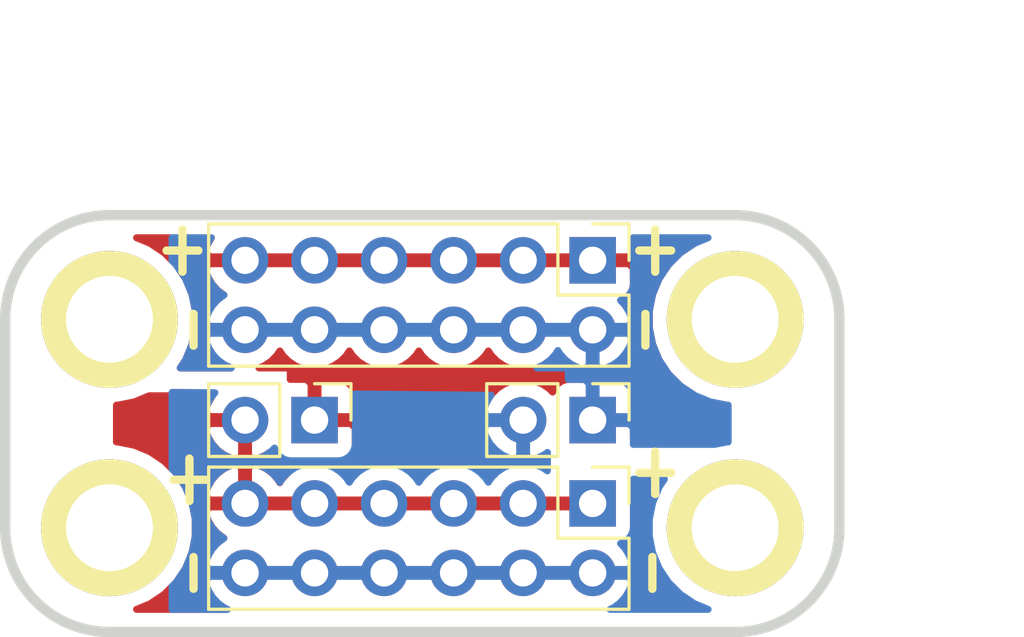
<source format=kicad_pcb>
(kicad_pcb (version 20171130) (host pcbnew "(5.1.5)-3")

  (general
    (thickness 1.6002)
    (drawings 18)
    (tracks 0)
    (zones 0)
    (modules 8)
    (nets 5)
  )

  (page A4)
  (title_block
    (date "21 feb 2013")
  )

  (layers
    (0 Front signal)
    (31 Back signal)
    (36 B.SilkS user)
    (37 F.SilkS user)
    (38 B.Mask user)
    (39 F.Mask user)
    (40 Dwgs.User user)
    (44 Edge.Cuts user)
  )

  (setup
    (last_trace_width 0.2032)
    (trace_clearance 0.254)
    (zone_clearance 0.508)
    (zone_45_only no)
    (trace_min 0.2032)
    (via_size 0.889)
    (via_drill 0.635)
    (via_min_size 0.889)
    (via_min_drill 0.508)
    (uvia_size 0.508)
    (uvia_drill 0.127)
    (uvias_allowed no)
    (uvia_min_size 0.508)
    (uvia_min_drill 0.127)
    (edge_width 0.381)
    (segment_width 0.381)
    (pcb_text_width 0.3048)
    (pcb_text_size 1.524 2.032)
    (mod_edge_width 0.381)
    (mod_text_size 1.524 1.524)
    (mod_text_width 0.3048)
    (pad_size 1.524 1.524)
    (pad_drill 0.8128)
    (pad_to_mask_clearance 0.254)
    (solder_mask_min_width 0.25)
    (aux_axis_origin 0 0)
    (visible_elements 7FFFFFFF)
    (pcbplotparams
      (layerselection 0x010f0_ffffffff)
      (usegerberextensions true)
      (usegerberattributes false)
      (usegerberadvancedattributes false)
      (creategerberjobfile false)
      (excludeedgelayer true)
      (linewidth 0.150000)
      (plotframeref false)
      (viasonmask false)
      (mode 1)
      (useauxorigin false)
      (hpglpennumber 1)
      (hpglpenspeed 20)
      (hpglpendiameter 15.000000)
      (psnegative false)
      (psa4output false)
      (plotreference true)
      (plotvalue true)
      (plotinvisibletext false)
      (padsonsilk false)
      (subtractmaskfromsilk false)
      (outputformat 1)
      (mirror false)
      (drillshape 0)
      (scaleselection 1)
      (outputdirectory "plots/"))
  )

  (net 0 "")
  (net 1 /VCC1)
  (net 2 /GND1)
  (net 3 /GND2)
  (net 4 /VCC2)

  (net_class Default "This is the default net class."
    (clearance 0.254)
    (trace_width 0.2032)
    (via_dia 0.889)
    (via_drill 0.635)
    (uvia_dia 0.508)
    (uvia_drill 0.127)
    (add_net /GND1)
    (add_net /GND2)
    (add_net /VCC1)
    (add_net /VCC2)
  )

  (module Connector_PinHeader_2.54mm:PinHeader_2x06_P2.54mm_Vertical (layer Front) (tedit 59FED5CC) (tstamp 5FAE82B6)
    (at 137.668 75.946 270)
    (descr "Through hole straight pin header, 2x06, 2.54mm pitch, double rows")
    (tags "Through hole pin header THT 2x06 2.54mm double row")
    (path /5FAE9C8A)
    (fp_text reference H2 (at 2.54 -2.286 90) (layer F.SilkS) hide
      (effects (font (size 1 1) (thickness 0.15)))
    )
    (fp_text value Conn_02x06_Odd_Even (at 1.27 15.03 90) (layer F.Fab)
      (effects (font (size 1 1) (thickness 0.15)))
    )
    (fp_text user %R (at 1.27 6.35) (layer F.Fab)
      (effects (font (size 1 1) (thickness 0.15)))
    )
    (fp_line (start 4.35 -1.8) (end -1.8 -1.8) (layer F.CrtYd) (width 0.05))
    (fp_line (start 4.35 14.5) (end 4.35 -1.8) (layer F.CrtYd) (width 0.05))
    (fp_line (start -1.8 14.5) (end 4.35 14.5) (layer F.CrtYd) (width 0.05))
    (fp_line (start -1.8 -1.8) (end -1.8 14.5) (layer F.CrtYd) (width 0.05))
    (fp_line (start -1.33 -1.33) (end 0 -1.33) (layer F.SilkS) (width 0.12))
    (fp_line (start -1.33 0) (end -1.33 -1.33) (layer F.SilkS) (width 0.12))
    (fp_line (start 1.27 -1.33) (end 3.87 -1.33) (layer F.SilkS) (width 0.12))
    (fp_line (start 1.27 1.27) (end 1.27 -1.33) (layer F.SilkS) (width 0.12))
    (fp_line (start -1.33 1.27) (end 1.27 1.27) (layer F.SilkS) (width 0.12))
    (fp_line (start 3.87 -1.33) (end 3.87 14.03) (layer F.SilkS) (width 0.12))
    (fp_line (start -1.33 1.27) (end -1.33 14.03) (layer F.SilkS) (width 0.12))
    (fp_line (start -1.33 14.03) (end 3.87 14.03) (layer F.SilkS) (width 0.12))
    (fp_line (start -1.27 0) (end 0 -1.27) (layer F.Fab) (width 0.1))
    (fp_line (start -1.27 13.97) (end -1.27 0) (layer F.Fab) (width 0.1))
    (fp_line (start 3.81 13.97) (end -1.27 13.97) (layer F.Fab) (width 0.1))
    (fp_line (start 3.81 -1.27) (end 3.81 13.97) (layer F.Fab) (width 0.1))
    (fp_line (start 0 -1.27) (end 3.81 -1.27) (layer F.Fab) (width 0.1))
    (pad 12 thru_hole oval (at 2.54 12.7 270) (size 1.7 1.7) (drill 1) (layers *.Cu *.Mask)
      (net 3 /GND2))
    (pad 11 thru_hole oval (at 0 12.7 270) (size 1.7 1.7) (drill 1) (layers *.Cu *.Mask)
      (net 4 /VCC2))
    (pad 10 thru_hole oval (at 2.54 10.16 270) (size 1.7 1.7) (drill 1) (layers *.Cu *.Mask)
      (net 3 /GND2))
    (pad 9 thru_hole oval (at 0 10.16 270) (size 1.7 1.7) (drill 1) (layers *.Cu *.Mask)
      (net 4 /VCC2))
    (pad 8 thru_hole oval (at 2.54 7.62 270) (size 1.7 1.7) (drill 1) (layers *.Cu *.Mask)
      (net 3 /GND2))
    (pad 7 thru_hole oval (at 0 7.62 270) (size 1.7 1.7) (drill 1) (layers *.Cu *.Mask)
      (net 4 /VCC2))
    (pad 6 thru_hole oval (at 2.54 5.08 270) (size 1.7 1.7) (drill 1) (layers *.Cu *.Mask)
      (net 3 /GND2))
    (pad 5 thru_hole oval (at 0 5.08 270) (size 1.7 1.7) (drill 1) (layers *.Cu *.Mask)
      (net 4 /VCC2))
    (pad 4 thru_hole oval (at 2.54 2.54 270) (size 1.7 1.7) (drill 1) (layers *.Cu *.Mask)
      (net 3 /GND2))
    (pad 3 thru_hole oval (at 0 2.54 270) (size 1.7 1.7) (drill 1) (layers *.Cu *.Mask)
      (net 4 /VCC2))
    (pad 2 thru_hole oval (at 2.54 0 270) (size 1.7 1.7) (drill 1) (layers *.Cu *.Mask)
      (net 3 /GND2))
    (pad 1 thru_hole rect (at 0 0 270) (size 1.7 1.7) (drill 1) (layers *.Cu *.Mask)
      (net 4 /VCC2))
    (model ${KISYS3DMOD}/Connector_PinHeader_2.54mm.3dshapes/PinHeader_2x06_P2.54mm_Vertical.wrl
      (at (xyz 0 0 0))
      (scale (xyz 1 1 1))
      (rotate (xyz 0 0 0))
    )
  )

  (module Connector_PinHeader_2.54mm:PinHeader_2x06_P2.54mm_Vertical (layer Front) (tedit 59FED5CC) (tstamp 5FAE8294)
    (at 137.668 67.056 270)
    (descr "Through hole straight pin header, 2x06, 2.54mm pitch, double rows")
    (tags "Through hole pin header THT 2x06 2.54mm double row")
    (path /5FAE8AA0)
    (fp_text reference H1 (at -3.048 -2.032 90) (layer F.SilkS) hide
      (effects (font (size 1 1) (thickness 0.15)))
    )
    (fp_text value Conn_02x06_Odd_Even (at 1.27 15.03 90) (layer F.Fab)
      (effects (font (size 1 1) (thickness 0.15)))
    )
    (fp_line (start 0 -1.27) (end 3.81 -1.27) (layer F.Fab) (width 0.1))
    (fp_line (start 3.81 -1.27) (end 3.81 13.97) (layer F.Fab) (width 0.1))
    (fp_line (start 3.81 13.97) (end -1.27 13.97) (layer F.Fab) (width 0.1))
    (fp_line (start -1.27 13.97) (end -1.27 0) (layer F.Fab) (width 0.1))
    (fp_line (start -1.27 0) (end 0 -1.27) (layer F.Fab) (width 0.1))
    (fp_line (start -1.33 14.03) (end 3.87 14.03) (layer F.SilkS) (width 0.12))
    (fp_line (start -1.33 1.27) (end -1.33 14.03) (layer F.SilkS) (width 0.12))
    (fp_line (start 3.87 -1.33) (end 3.87 14.03) (layer F.SilkS) (width 0.12))
    (fp_line (start -1.33 1.27) (end 1.27 1.27) (layer F.SilkS) (width 0.12))
    (fp_line (start 1.27 1.27) (end 1.27 -1.33) (layer F.SilkS) (width 0.12))
    (fp_line (start 1.27 -1.33) (end 3.87 -1.33) (layer F.SilkS) (width 0.12))
    (fp_line (start -1.33 0) (end -1.33 -1.33) (layer F.SilkS) (width 0.12))
    (fp_line (start -1.33 -1.33) (end 0 -1.33) (layer F.SilkS) (width 0.12))
    (fp_line (start -1.8 -1.8) (end -1.8 14.5) (layer F.CrtYd) (width 0.05))
    (fp_line (start -1.8 14.5) (end 4.35 14.5) (layer F.CrtYd) (width 0.05))
    (fp_line (start 4.35 14.5) (end 4.35 -1.8) (layer F.CrtYd) (width 0.05))
    (fp_line (start 4.35 -1.8) (end -1.8 -1.8) (layer F.CrtYd) (width 0.05))
    (fp_text user %R (at 1.27 6.35) (layer F.Fab)
      (effects (font (size 1 1) (thickness 0.15)))
    )
    (pad 1 thru_hole rect (at 0 0 270) (size 1.7 1.7) (drill 1) (layers *.Cu *.Mask)
      (net 1 /VCC1))
    (pad 2 thru_hole oval (at 2.54 0 270) (size 1.7 1.7) (drill 1) (layers *.Cu *.Mask)
      (net 2 /GND1))
    (pad 3 thru_hole oval (at 0 2.54 270) (size 1.7 1.7) (drill 1) (layers *.Cu *.Mask)
      (net 1 /VCC1))
    (pad 4 thru_hole oval (at 2.54 2.54 270) (size 1.7 1.7) (drill 1) (layers *.Cu *.Mask)
      (net 2 /GND1))
    (pad 5 thru_hole oval (at 0 5.08 270) (size 1.7 1.7) (drill 1) (layers *.Cu *.Mask)
      (net 1 /VCC1))
    (pad 6 thru_hole oval (at 2.54 5.08 270) (size 1.7 1.7) (drill 1) (layers *.Cu *.Mask)
      (net 2 /GND1))
    (pad 7 thru_hole oval (at 0 7.62 270) (size 1.7 1.7) (drill 1) (layers *.Cu *.Mask)
      (net 1 /VCC1))
    (pad 8 thru_hole oval (at 2.54 7.62 270) (size 1.7 1.7) (drill 1) (layers *.Cu *.Mask)
      (net 2 /GND1))
    (pad 9 thru_hole oval (at 0 10.16 270) (size 1.7 1.7) (drill 1) (layers *.Cu *.Mask)
      (net 1 /VCC1))
    (pad 10 thru_hole oval (at 2.54 10.16 270) (size 1.7 1.7) (drill 1) (layers *.Cu *.Mask)
      (net 2 /GND1))
    (pad 11 thru_hole oval (at 0 12.7 270) (size 1.7 1.7) (drill 1) (layers *.Cu *.Mask)
      (net 1 /VCC1))
    (pad 12 thru_hole oval (at 2.54 12.7 270) (size 1.7 1.7) (drill 1) (layers *.Cu *.Mask)
      (net 2 /GND1))
    (model ${KISYS3DMOD}/Connector_PinHeader_2.54mm.3dshapes/PinHeader_2x06_P2.54mm_Vertical.wrl
      (at (xyz 0 0 0))
      (scale (xyz 1 1 1))
      (rotate (xyz 0 0 0))
    )
  )

  (module Connector_PinHeader_2.54mm:PinHeader_1x02_P2.54mm_Vertical (layer Front) (tedit 59FED5CC) (tstamp 5FAE82CC)
    (at 137.668 72.898 270)
    (descr "Through hole straight pin header, 1x02, 2.54mm pitch, single row")
    (tags "Through hole pin header THT 1x02 2.54mm single row")
    (path /5FAF5187)
    (fp_text reference H3 (at 0 -2.33 90) (layer F.SilkS) hide
      (effects (font (size 1 1) (thickness 0.15)))
    )
    (fp_text value Conn_01x02 (at 0 4.87 90) (layer F.Fab)
      (effects (font (size 1 1) (thickness 0.15)))
    )
    (fp_line (start -0.635 -1.27) (end 1.27 -1.27) (layer F.Fab) (width 0.1))
    (fp_line (start 1.27 -1.27) (end 1.27 3.81) (layer F.Fab) (width 0.1))
    (fp_line (start 1.27 3.81) (end -1.27 3.81) (layer F.Fab) (width 0.1))
    (fp_line (start -1.27 3.81) (end -1.27 -0.635) (layer F.Fab) (width 0.1))
    (fp_line (start -1.27 -0.635) (end -0.635 -1.27) (layer F.Fab) (width 0.1))
    (fp_line (start -1.33 3.87) (end 1.33 3.87) (layer F.SilkS) (width 0.12))
    (fp_line (start -1.33 1.27) (end -1.33 3.87) (layer F.SilkS) (width 0.12))
    (fp_line (start 1.33 1.27) (end 1.33 3.87) (layer F.SilkS) (width 0.12))
    (fp_line (start -1.33 1.27) (end 1.33 1.27) (layer F.SilkS) (width 0.12))
    (fp_line (start -1.33 0) (end -1.33 -1.33) (layer F.SilkS) (width 0.12))
    (fp_line (start -1.33 -1.33) (end 0 -1.33) (layer F.SilkS) (width 0.12))
    (fp_line (start -1.8 -1.8) (end -1.8 4.35) (layer F.CrtYd) (width 0.05))
    (fp_line (start -1.8 4.35) (end 1.8 4.35) (layer F.CrtYd) (width 0.05))
    (fp_line (start 1.8 4.35) (end 1.8 -1.8) (layer F.CrtYd) (width 0.05))
    (fp_line (start 1.8 -1.8) (end -1.8 -1.8) (layer F.CrtYd) (width 0.05))
    (fp_text user %R (at 0 1.27) (layer F.Fab)
      (effects (font (size 1 1) (thickness 0.15)))
    )
    (pad 1 thru_hole rect (at 0 0 270) (size 1.7 1.7) (drill 1) (layers *.Cu *.Mask)
      (net 2 /GND1))
    (pad 2 thru_hole oval (at 0 2.54 270) (size 1.7 1.7) (drill 1) (layers *.Cu *.Mask)
      (net 3 /GND2))
    (model ${KISYS3DMOD}/Connector_PinHeader_2.54mm.3dshapes/PinHeader_1x02_P2.54mm_Vertical.wrl
      (at (xyz 0 0 0))
      (scale (xyz 1 1 1))
      (rotate (xyz 0 0 0))
    )
  )

  (module Connector_PinHeader_2.54mm:PinHeader_1x02_P2.54mm_Vertical (layer Front) (tedit 59FED5CC) (tstamp 5FAE82E2)
    (at 127.508 72.898 270)
    (descr "Through hole straight pin header, 1x02, 2.54mm pitch, single row")
    (tags "Through hole pin header THT 1x02 2.54mm single row")
    (path /5FAF55A4)
    (fp_text reference H4 (at 0 -2.33 90) (layer F.SilkS) hide
      (effects (font (size 1 1) (thickness 0.15)))
    )
    (fp_text value Conn_01x02 (at 0 4.87 90) (layer F.Fab)
      (effects (font (size 1 1) (thickness 0.15)))
    )
    (fp_text user %R (at 0 1.27) (layer F.Fab)
      (effects (font (size 1 1) (thickness 0.15)))
    )
    (fp_line (start 1.8 -1.8) (end -1.8 -1.8) (layer F.CrtYd) (width 0.05))
    (fp_line (start 1.8 4.35) (end 1.8 -1.8) (layer F.CrtYd) (width 0.05))
    (fp_line (start -1.8 4.35) (end 1.8 4.35) (layer F.CrtYd) (width 0.05))
    (fp_line (start -1.8 -1.8) (end -1.8 4.35) (layer F.CrtYd) (width 0.05))
    (fp_line (start -1.33 -1.33) (end 0 -1.33) (layer F.SilkS) (width 0.12))
    (fp_line (start -1.33 0) (end -1.33 -1.33) (layer F.SilkS) (width 0.12))
    (fp_line (start -1.33 1.27) (end 1.33 1.27) (layer F.SilkS) (width 0.12))
    (fp_line (start 1.33 1.27) (end 1.33 3.87) (layer F.SilkS) (width 0.12))
    (fp_line (start -1.33 1.27) (end -1.33 3.87) (layer F.SilkS) (width 0.12))
    (fp_line (start -1.33 3.87) (end 1.33 3.87) (layer F.SilkS) (width 0.12))
    (fp_line (start -1.27 -0.635) (end -0.635 -1.27) (layer F.Fab) (width 0.1))
    (fp_line (start -1.27 3.81) (end -1.27 -0.635) (layer F.Fab) (width 0.1))
    (fp_line (start 1.27 3.81) (end -1.27 3.81) (layer F.Fab) (width 0.1))
    (fp_line (start 1.27 -1.27) (end 1.27 3.81) (layer F.Fab) (width 0.1))
    (fp_line (start -0.635 -1.27) (end 1.27 -1.27) (layer F.Fab) (width 0.1))
    (pad 2 thru_hole oval (at 0 2.54 270) (size 1.7 1.7) (drill 1) (layers *.Cu *.Mask)
      (net 4 /VCC2))
    (pad 1 thru_hole rect (at 0 0 270) (size 1.7 1.7) (drill 1) (layers *.Cu *.Mask)
      (net 1 /VCC1))
    (model ${KISYS3DMOD}/Connector_PinHeader_2.54mm.3dshapes/PinHeader_1x02_P2.54mm_Vertical.wrl
      (at (xyz 0 0 0))
      (scale (xyz 1 1 1))
      (rotate (xyz 0 0 0))
    )
  )

  (module LandBoards_MountHoles:MTG-4-40-SMALL (layer Front) (tedit 51830113) (tstamp 5FAE82E3)
    (at 142.875 69.215)
    (path /5009526E)
    (fp_text reference MTG1 (at -1.27 3.81) (layer F.SilkS) hide
      (effects (font (size 1.524 1.524) (thickness 0.3048)))
    )
    (fp_text value CONN_1 (at 0 -3.81) (layer F.SilkS) hide
      (effects (font (size 1.524 1.524) (thickness 0.3048)))
    )
    (pad 1 thru_hole circle (at 0 0) (size 5 5) (drill 3.175) (layers *.Cu *.Mask F.SilkS))
  )

  (module LandBoards_MountHoles:MTG-4-40-SMALL (layer Front) (tedit 51830113) (tstamp 5FAE82E7)
    (at 142.875 76.835)
    (path /50095275)
    (fp_text reference MTG2 (at -1.27 3.81) (layer F.SilkS) hide
      (effects (font (size 1.524 1.524) (thickness 0.3048)))
    )
    (fp_text value CONN_1 (at 0 -3.81) (layer F.SilkS) hide
      (effects (font (size 1.524 1.524) (thickness 0.3048)))
    )
    (pad 1 thru_hole circle (at 0 0) (size 5 5) (drill 3.175) (layers *.Cu *.Mask F.SilkS))
  )

  (module LandBoards_MountHoles:MTG-4-40-SMALL (layer Front) (tedit 51830113) (tstamp 5FAE82EB)
    (at 120.015 69.215)
    (path /5009527D)
    (fp_text reference MTG3 (at -1.27 3.81) (layer F.SilkS) hide
      (effects (font (size 1.524 1.524) (thickness 0.3048)))
    )
    (fp_text value CONN_1 (at 0 -3.81) (layer F.SilkS) hide
      (effects (font (size 1.524 1.524) (thickness 0.3048)))
    )
    (pad 1 thru_hole circle (at 0 0) (size 5 5) (drill 3.175) (layers *.Cu *.Mask F.SilkS))
  )

  (module LandBoards_MountHoles:MTG-4-40-SMALL (layer Front) (tedit 51830113) (tstamp 5FAE82EF)
    (at 120.015 76.835)
    (path /50095280)
    (fp_text reference MTG4 (at -1.27 3.81) (layer F.SilkS) hide
      (effects (font (size 1.524 1.524) (thickness 0.3048)))
    )
    (fp_text value CONN_1 (at 0 -3.81) (layer F.SilkS) hide
      (effects (font (size 1.524 1.524) (thickness 0.3048)))
    )
    (pad 1 thru_hole circle (at 0 0) (size 5 5) (drill 3.175) (layers *.Cu *.Mask F.SilkS))
  )

  (gr_text - (at 122.936 69.596 90) (layer F.SilkS) (tstamp 5FAE8A81)
    (effects (font (size 2.032 1.524) (thickness 0.3048)))
  )
  (gr_text + (at 122.682 66.548) (layer F.SilkS) (tstamp 5FAE899F)
    (effects (font (size 2.032 1.524) (thickness 0.3048)))
  )
  (gr_text - (at 122.936 78.486 90) (layer F.SilkS) (tstamp 5FAE899C)
    (effects (font (size 2.032 1.524) (thickness 0.3048)))
  )
  (gr_text + (at 122.936 74.93) (layer F.SilkS) (tstamp 5FAE8998)
    (effects (font (size 2.032 1.524) (thickness 0.3048)))
  )
  (gr_text + (at 139.954 66.548) (layer F.SilkS)
    (effects (font (size 2.032 1.524) (thickness 0.3048)))
  )
  (gr_text - (at 139.446 69.596 90) (layer F.SilkS)
    (effects (font (size 2.032 1.524) (thickness 0.3048)))
  )
  (gr_text - (at 139.7 78.486 90) (layer F.SilkS)
    (effects (font (size 2.032 1.524) (thickness 0.3048)))
  )
  (gr_text + (at 139.954 74.676) (layer F.SilkS)
    (effects (font (size 2.032 1.524) (thickness 0.3048)))
  )
  (dimension 15.24 (width 0.3048) (layer Dwgs.User)
    (gr_text "0.6000 \"" (at 151.48306 73.025 270) (layer Dwgs.User)
      (effects (font (size 2.032 1.524) (thickness 0.3048)))
    )
    (feature1 (pts (xy 142.875 80.645) (xy 153.10866 80.645)))
    (feature2 (pts (xy 142.875 65.405) (xy 153.10866 65.405)))
    (crossbar (pts (xy 149.85746 65.405) (xy 149.85746 80.645)))
    (arrow1a (pts (xy 149.85746 80.645) (xy 149.27326 79.51978)))
    (arrow1b (pts (xy 149.85746 80.645) (xy 150.44166 79.51978)))
    (arrow2a (pts (xy 149.85746 65.405) (xy 149.27326 66.53022)))
    (arrow2b (pts (xy 149.85746 65.405) (xy 150.44166 66.53022)))
  )
  (dimension 30.48 (width 0.3048) (layer Dwgs.User)
    (gr_text "1.2000 \"" (at 131.445 59.97194) (layer Dwgs.User)
      (effects (font (size 2.032 1.524) (thickness 0.3048)))
    )
    (feature1 (pts (xy 146.685 69.215) (xy 146.685 58.34634)))
    (feature2 (pts (xy 116.205 69.215) (xy 116.205 58.34634)))
    (crossbar (pts (xy 116.205 61.59754) (xy 146.685 61.59754)))
    (arrow1a (pts (xy 146.685 61.59754) (xy 145.55978 62.18174)))
    (arrow1b (pts (xy 146.685 61.59754) (xy 145.55978 61.01334)))
    (arrow2a (pts (xy 116.205 61.59754) (xy 117.33022 62.18174)))
    (arrow2b (pts (xy 116.205 61.59754) (xy 117.33022 61.01334)))
  )
  (gr_line (start 120.015 80.645) (end 142.875 80.645) (angle 90) (layer Edge.Cuts) (width 0.381))
  (gr_line (start 116.205 69.215) (end 116.205 76.835) (angle 90) (layer Edge.Cuts) (width 0.381))
  (gr_line (start 142.875 65.405) (end 120.015 65.405) (angle 90) (layer Edge.Cuts) (width 0.381))
  (gr_line (start 146.685 69.215) (end 146.685 76.835) (angle 90) (layer Edge.Cuts) (width 0.381))
  (gr_arc (start 142.875 69.215) (end 142.875 65.405) (angle 90) (layer Edge.Cuts) (width 0.381))
  (gr_arc (start 142.875 76.835) (end 146.685 76.835) (angle 90) (layer Edge.Cuts) (width 0.381))
  (gr_arc (start 120.015 76.835) (end 120.015 80.645) (angle 90) (layer Edge.Cuts) (width 0.381))
  (gr_arc (start 120.015 69.215) (end 116.205 69.215) (angle 90) (layer Edge.Cuts) (width 0.381))

  (zone (net 1) (net_name /VCC1) (layer Front) (tstamp 5FAE8502) (hatch edge 0.508)
    (connect_pads (clearance 0.508))
    (min_thickness 0.254)
    (fill yes (arc_segments 32) (thermal_gap 0.508) (thermal_bridge_width 0.508))
    (polygon
      (pts
        (xy 141.478 73.66) (xy 130.302 73.66) (xy 130.302 73.914) (xy 126.492 73.914) (xy 126.492 71.12)
        (xy 120.142 71.12) (xy 120.142 65.532) (xy 141.478 65.532)
      )
    )
    (filled_polygon
      (pts
        (xy 123.623843 66.424748) (xy 123.526519 66.699109) (xy 123.647186 66.929) (xy 124.841 66.929) (xy 124.841 66.909)
        (xy 125.095 66.909) (xy 125.095 66.929) (xy 127.381 66.929) (xy 127.381 66.909) (xy 127.635 66.909)
        (xy 127.635 66.929) (xy 129.921 66.929) (xy 129.921 66.909) (xy 130.175 66.909) (xy 130.175 66.929)
        (xy 132.461 66.929) (xy 132.461 66.909) (xy 132.715 66.909) (xy 132.715 66.929) (xy 135.001 66.929)
        (xy 135.001 66.909) (xy 135.255 66.909) (xy 135.255 66.929) (xy 137.541 66.929) (xy 137.541 66.909)
        (xy 137.795 66.909) (xy 137.795 66.929) (xy 138.99425 66.929) (xy 139.153 66.77025) (xy 139.155939 66.2305)
        (xy 141.351 66.2305) (xy 141.351 66.462872) (xy 140.876554 66.779886) (xy 140.439886 67.216554) (xy 140.096799 67.730021)
        (xy 139.860476 68.300554) (xy 139.74 68.906229) (xy 139.74 69.523771) (xy 139.860476 70.129446) (xy 140.096799 70.699979)
        (xy 140.439886 71.213446) (xy 140.876554 71.650114) (xy 141.351 71.967128) (xy 141.351 73.533) (xy 139.156072 73.533)
        (xy 139.156072 72.048) (xy 139.143812 71.923518) (xy 139.107502 71.80382) (xy 139.048537 71.693506) (xy 138.969185 71.596815)
        (xy 138.872494 71.517463) (xy 138.76218 71.458498) (xy 138.642482 71.422188) (xy 138.518 71.409928) (xy 136.818 71.409928)
        (xy 136.693518 71.422188) (xy 136.57382 71.458498) (xy 136.463506 71.517463) (xy 136.366815 71.596815) (xy 136.287463 71.693506)
        (xy 136.228498 71.80382) (xy 136.206487 71.87638) (xy 136.074632 71.744525) (xy 135.831411 71.58201) (xy 135.561158 71.470068)
        (xy 135.27426 71.413) (xy 134.98174 71.413) (xy 134.694842 71.470068) (xy 134.424589 71.58201) (xy 134.181368 71.744525)
        (xy 133.974525 71.951368) (xy 133.81201 72.194589) (xy 133.700068 72.464842) (xy 133.643 72.75174) (xy 133.643 73.04426)
        (xy 133.700068 73.331158) (xy 133.783673 73.533) (xy 130.302 73.533) (xy 130.277224 73.53544) (xy 130.253399 73.542667)
        (xy 130.231443 73.554403) (xy 130.212197 73.570197) (xy 130.196403 73.589443) (xy 130.184667 73.611399) (xy 130.17744 73.635224)
        (xy 130.175 73.66) (xy 130.175 73.787) (xy 128.992231 73.787) (xy 128.996072 73.748) (xy 128.993 73.18375)
        (xy 128.83425 73.025) (xy 127.635 73.025) (xy 127.635 73.045) (xy 127.381 73.045) (xy 127.381 73.025)
        (xy 127.361 73.025) (xy 127.361 72.771) (xy 127.381 72.771) (xy 127.381 71.57175) (xy 127.635 71.57175)
        (xy 127.635 72.771) (xy 128.83425 72.771) (xy 128.993 72.61225) (xy 128.996072 72.048) (xy 128.983812 71.923518)
        (xy 128.947502 71.80382) (xy 128.888537 71.693506) (xy 128.809185 71.596815) (xy 128.712494 71.517463) (xy 128.60218 71.458498)
        (xy 128.482482 71.422188) (xy 128.358 71.409928) (xy 127.79375 71.413) (xy 127.635 71.57175) (xy 127.381 71.57175)
        (xy 127.22225 71.413) (xy 126.658 71.409928) (xy 126.619 71.413769) (xy 126.619 71.12) (xy 126.61656 71.095224)
        (xy 126.609333 71.071399) (xy 126.597597 71.049443) (xy 126.581803 71.030197) (xy 126.562557 71.014403) (xy 126.540601 71.002667)
        (xy 126.516776 70.99544) (xy 126.492 70.993) (xy 125.475835 70.993) (xy 125.671411 70.91199) (xy 125.914632 70.749475)
        (xy 126.121475 70.542632) (xy 126.238 70.36824) (xy 126.354525 70.542632) (xy 126.561368 70.749475) (xy 126.804589 70.91199)
        (xy 127.074842 71.023932) (xy 127.36174 71.081) (xy 127.65426 71.081) (xy 127.941158 71.023932) (xy 128.211411 70.91199)
        (xy 128.454632 70.749475) (xy 128.661475 70.542632) (xy 128.778 70.36824) (xy 128.894525 70.542632) (xy 129.101368 70.749475)
        (xy 129.344589 70.91199) (xy 129.614842 71.023932) (xy 129.90174 71.081) (xy 130.19426 71.081) (xy 130.481158 71.023932)
        (xy 130.751411 70.91199) (xy 130.994632 70.749475) (xy 131.201475 70.542632) (xy 131.318 70.36824) (xy 131.434525 70.542632)
        (xy 131.641368 70.749475) (xy 131.884589 70.91199) (xy 132.154842 71.023932) (xy 132.44174 71.081) (xy 132.73426 71.081)
        (xy 133.021158 71.023932) (xy 133.291411 70.91199) (xy 133.534632 70.749475) (xy 133.741475 70.542632) (xy 133.858 70.36824)
        (xy 133.974525 70.542632) (xy 134.181368 70.749475) (xy 134.424589 70.91199) (xy 134.694842 71.023932) (xy 134.98174 71.081)
        (xy 135.27426 71.081) (xy 135.561158 71.023932) (xy 135.831411 70.91199) (xy 136.074632 70.749475) (xy 136.281475 70.542632)
        (xy 136.398 70.36824) (xy 136.514525 70.542632) (xy 136.721368 70.749475) (xy 136.964589 70.91199) (xy 137.234842 71.023932)
        (xy 137.52174 71.081) (xy 137.81426 71.081) (xy 138.101158 71.023932) (xy 138.371411 70.91199) (xy 138.614632 70.749475)
        (xy 138.821475 70.542632) (xy 138.98399 70.299411) (xy 139.095932 70.029158) (xy 139.153 69.74226) (xy 139.153 69.44974)
        (xy 139.095932 69.162842) (xy 138.98399 68.892589) (xy 138.821475 68.649368) (xy 138.68962 68.517513) (xy 138.76218 68.495502)
        (xy 138.872494 68.436537) (xy 138.969185 68.357185) (xy 139.048537 68.260494) (xy 139.107502 68.15018) (xy 139.143812 68.030482)
        (xy 139.156072 67.906) (xy 139.153 67.34175) (xy 138.99425 67.183) (xy 137.795 67.183) (xy 137.795 67.203)
        (xy 137.541 67.203) (xy 137.541 67.183) (xy 135.255 67.183) (xy 135.255 67.203) (xy 135.001 67.203)
        (xy 135.001 67.183) (xy 132.715 67.183) (xy 132.715 67.203) (xy 132.461 67.203) (xy 132.461 67.183)
        (xy 130.175 67.183) (xy 130.175 67.203) (xy 129.921 67.203) (xy 129.921 67.183) (xy 127.635 67.183)
        (xy 127.635 67.203) (xy 127.381 67.203) (xy 127.381 67.183) (xy 125.095 67.183) (xy 125.095 67.203)
        (xy 124.841 67.203) (xy 124.841 67.183) (xy 123.647186 67.183) (xy 123.526519 67.412891) (xy 123.623843 67.687252)
        (xy 123.772822 67.937355) (xy 123.967731 68.153588) (xy 124.197406 68.3249) (xy 124.021368 68.442525) (xy 123.814525 68.649368)
        (xy 123.65201 68.892589) (xy 123.540068 69.162842) (xy 123.483 69.44974) (xy 123.483 69.74226) (xy 123.540068 70.029158)
        (xy 123.65201 70.299411) (xy 123.814525 70.542632) (xy 124.021368 70.749475) (xy 124.264589 70.91199) (xy 124.460165 70.993)
        (xy 122.597411 70.993) (xy 122.793201 70.699979) (xy 123.029524 70.129446) (xy 123.15 69.523771) (xy 123.15 68.906229)
        (xy 123.029524 68.300554) (xy 122.793201 67.730021) (xy 122.450114 67.216554) (xy 122.013446 66.779886) (xy 121.499979 66.436799)
        (xy 121.00193 66.2305) (xy 123.739551 66.2305)
      )
    )
  )
  (zone (net 4) (net_name /VCC2) (layer Front) (tstamp 5FAE84FF) (hatch edge 0.508)
    (connect_pads (clearance 0.508))
    (min_thickness 0.254)
    (fill yes (arc_segments 32) (thermal_gap 0.508) (thermal_bridge_width 0.508))
    (polygon
      (pts
        (xy 125.984 74.676) (xy 139.192 74.676) (xy 139.192 80.01) (xy 120.142 80.264) (xy 120.142 71.882)
        (xy 125.984 71.882)
      )
    )
    (filled_polygon
      (pts
        (xy 123.772822 72.016645) (xy 123.623843 72.266748) (xy 123.526519 72.541109) (xy 123.647186 72.771) (xy 124.841 72.771)
        (xy 124.841 72.751) (xy 125.095 72.751) (xy 125.095 72.771) (xy 125.115 72.771) (xy 125.115 73.025)
        (xy 125.095 73.025) (xy 125.095 74.218155) (xy 125.32489 74.339476) (xy 125.472099 74.294825) (xy 125.73492 74.169641)
        (xy 125.857 74.078583) (xy 125.857 74.676) (xy 125.85944 74.700776) (xy 125.866667 74.724601) (xy 125.878403 74.746557)
        (xy 125.894197 74.765803) (xy 125.913443 74.781597) (xy 125.935399 74.793333) (xy 125.959224 74.80056) (xy 125.984 74.803)
        (xy 126.568614 74.803) (xy 126.507731 74.848412) (xy 126.312822 75.064645) (xy 126.238 75.190255) (xy 126.163178 75.064645)
        (xy 125.968269 74.848412) (xy 125.73492 74.674359) (xy 125.472099 74.549175) (xy 125.32489 74.504524) (xy 125.095 74.625845)
        (xy 125.095 75.819) (xy 127.381 75.819) (xy 127.381 75.799) (xy 127.635 75.799) (xy 127.635 75.819)
        (xy 129.921 75.819) (xy 129.921 75.799) (xy 130.175 75.799) (xy 130.175 75.819) (xy 132.461 75.819)
        (xy 132.461 75.799) (xy 132.715 75.799) (xy 132.715 75.819) (xy 135.001 75.819) (xy 135.001 75.799)
        (xy 135.255 75.799) (xy 135.255 75.819) (xy 137.541 75.819) (xy 137.541 75.799) (xy 137.795 75.799)
        (xy 137.795 75.819) (xy 137.815 75.819) (xy 137.815 76.073) (xy 137.795 76.073) (xy 137.795 76.093)
        (xy 137.541 76.093) (xy 137.541 76.073) (xy 135.255 76.073) (xy 135.255 76.093) (xy 135.001 76.093)
        (xy 135.001 76.073) (xy 132.715 76.073) (xy 132.715 76.093) (xy 132.461 76.093) (xy 132.461 76.073)
        (xy 130.175 76.073) (xy 130.175 76.093) (xy 129.921 76.093) (xy 129.921 76.073) (xy 127.635 76.073)
        (xy 127.635 76.093) (xy 127.381 76.093) (xy 127.381 76.073) (xy 125.095 76.073) (xy 125.095 76.093)
        (xy 124.841 76.093) (xy 124.841 76.073) (xy 123.647186 76.073) (xy 123.526519 76.302891) (xy 123.623843 76.577252)
        (xy 123.772822 76.827355) (xy 123.967731 77.043588) (xy 124.197406 77.2149) (xy 124.021368 77.332525) (xy 123.814525 77.539368)
        (xy 123.65201 77.782589) (xy 123.540068 78.052842) (xy 123.483 78.33974) (xy 123.483 78.63226) (xy 123.540068 78.919158)
        (xy 123.65201 79.189411) (xy 123.814525 79.432632) (xy 124.021368 79.639475) (xy 124.264589 79.80199) (xy 124.306862 79.8195)
        (xy 121.00193 79.8195) (xy 121.499979 79.613201) (xy 122.013446 79.270114) (xy 122.450114 78.833446) (xy 122.793201 78.319979)
        (xy 123.029524 77.749446) (xy 123.15 77.143771) (xy 123.15 76.526229) (xy 123.029524 75.920554) (xy 122.892235 75.589109)
        (xy 123.526519 75.589109) (xy 123.647186 75.819) (xy 124.841 75.819) (xy 124.841 74.625845) (xy 124.61111 74.504524)
        (xy 124.463901 74.549175) (xy 124.20108 74.674359) (xy 123.967731 74.848412) (xy 123.772822 75.064645) (xy 123.623843 75.314748)
        (xy 123.526519 75.589109) (xy 122.892235 75.589109) (xy 122.793201 75.350021) (xy 122.450114 74.836554) (xy 122.013446 74.399886)
        (xy 121.499979 74.056799) (xy 120.929446 73.820476) (xy 120.323771 73.7) (xy 120.269 73.7) (xy 120.269 73.254891)
        (xy 123.526519 73.254891) (xy 123.623843 73.529252) (xy 123.772822 73.779355) (xy 123.967731 73.995588) (xy 124.20108 74.169641)
        (xy 124.463901 74.294825) (xy 124.61111 74.339476) (xy 124.841 74.218155) (xy 124.841 73.025) (xy 123.647186 73.025)
        (xy 123.526519 73.254891) (xy 120.269 73.254891) (xy 120.269 72.35) (xy 120.323771 72.35) (xy 120.929446 72.229524)
        (xy 121.461837 72.009) (xy 123.779713 72.009)
      )
    )
  )
  (zone (net 3) (net_name /GND2) (layer Back) (tstamp 5FAE84FC) (hatch edge 0.508)
    (connect_pads (clearance 0.508))
    (min_thickness 0.254)
    (fill yes (arc_segments 32) (thermal_gap 0.508) (thermal_bridge_width 0.508))
    (polygon
      (pts
        (xy 136.144 74.93) (xy 143.002 74.93) (xy 143.002 80.264) (xy 122.174 80.137) (xy 122.174 71.755)
        (xy 136.144 71.882)
      )
    )
    (filled_polygon
      (pts
        (xy 123.868483 71.89741) (xy 123.814525 71.951368) (xy 123.65201 72.194589) (xy 123.540068 72.464842) (xy 123.483 72.75174)
        (xy 123.483 73.04426) (xy 123.540068 73.331158) (xy 123.65201 73.601411) (xy 123.814525 73.844632) (xy 124.021368 74.051475)
        (xy 124.264589 74.21399) (xy 124.534842 74.325932) (xy 124.82174 74.383) (xy 125.11426 74.383) (xy 125.401158 74.325932)
        (xy 125.671411 74.21399) (xy 125.914632 74.051475) (xy 126.046487 73.91962) (xy 126.068498 73.99218) (xy 126.127463 74.102494)
        (xy 126.206815 74.199185) (xy 126.303506 74.278537) (xy 126.41382 74.337502) (xy 126.533518 74.373812) (xy 126.658 74.386072)
        (xy 128.358 74.386072) (xy 128.482482 74.373812) (xy 128.60218 74.337502) (xy 128.712494 74.278537) (xy 128.809185 74.199185)
        (xy 128.888537 74.102494) (xy 128.947502 73.99218) (xy 128.983812 73.872482) (xy 128.996072 73.748) (xy 128.996072 73.254891)
        (xy 133.686519 73.254891) (xy 133.783843 73.529252) (xy 133.932822 73.779355) (xy 134.127731 73.995588) (xy 134.36108 74.169641)
        (xy 134.623901 74.294825) (xy 134.77111 74.339476) (xy 135.001 74.218155) (xy 135.001 73.025) (xy 133.807186 73.025)
        (xy 133.686519 73.254891) (xy 128.996072 73.254891) (xy 128.996072 72.048) (xy 128.985822 71.943931) (xy 133.957624 71.989129)
        (xy 133.932822 72.016645) (xy 133.783843 72.266748) (xy 133.686519 72.541109) (xy 133.807186 72.771) (xy 135.001 72.771)
        (xy 135.001 72.751) (xy 135.255 72.751) (xy 135.255 72.771) (xy 135.275 72.771) (xy 135.275 73.025)
        (xy 135.255 73.025) (xy 135.255 74.218155) (xy 135.48489 74.339476) (xy 135.632099 74.294825) (xy 135.89492 74.169641)
        (xy 136.017 74.078583) (xy 136.017 74.754017) (xy 135.831411 74.63001) (xy 135.561158 74.518068) (xy 135.27426 74.461)
        (xy 134.98174 74.461) (xy 134.694842 74.518068) (xy 134.424589 74.63001) (xy 134.181368 74.792525) (xy 133.974525 74.999368)
        (xy 133.858 75.17376) (xy 133.741475 74.999368) (xy 133.534632 74.792525) (xy 133.291411 74.63001) (xy 133.021158 74.518068)
        (xy 132.73426 74.461) (xy 132.44174 74.461) (xy 132.154842 74.518068) (xy 131.884589 74.63001) (xy 131.641368 74.792525)
        (xy 131.434525 74.999368) (xy 131.318 75.17376) (xy 131.201475 74.999368) (xy 130.994632 74.792525) (xy 130.751411 74.63001)
        (xy 130.481158 74.518068) (xy 130.19426 74.461) (xy 129.90174 74.461) (xy 129.614842 74.518068) (xy 129.344589 74.63001)
        (xy 129.101368 74.792525) (xy 128.894525 74.999368) (xy 128.778 75.17376) (xy 128.661475 74.999368) (xy 128.454632 74.792525)
        (xy 128.211411 74.63001) (xy 127.941158 74.518068) (xy 127.65426 74.461) (xy 127.36174 74.461) (xy 127.074842 74.518068)
        (xy 126.804589 74.63001) (xy 126.561368 74.792525) (xy 126.354525 74.999368) (xy 126.238 75.17376) (xy 126.121475 74.999368)
        (xy 125.914632 74.792525) (xy 125.671411 74.63001) (xy 125.401158 74.518068) (xy 125.11426 74.461) (xy 124.82174 74.461)
        (xy 124.534842 74.518068) (xy 124.264589 74.63001) (xy 124.021368 74.792525) (xy 123.814525 74.999368) (xy 123.65201 75.242589)
        (xy 123.540068 75.512842) (xy 123.483 75.79974) (xy 123.483 76.09226) (xy 123.540068 76.379158) (xy 123.65201 76.649411)
        (xy 123.814525 76.892632) (xy 124.021368 77.099475) (xy 124.197406 77.2171) (xy 123.967731 77.388412) (xy 123.772822 77.604645)
        (xy 123.623843 77.854748) (xy 123.526519 78.129109) (xy 123.647186 78.359) (xy 124.841 78.359) (xy 124.841 78.339)
        (xy 125.095 78.339) (xy 125.095 78.359) (xy 127.381 78.359) (xy 127.381 78.339) (xy 127.635 78.339)
        (xy 127.635 78.359) (xy 129.921 78.359) (xy 129.921 78.339) (xy 130.175 78.339) (xy 130.175 78.359)
        (xy 132.461 78.359) (xy 132.461 78.339) (xy 132.715 78.339) (xy 132.715 78.359) (xy 135.001 78.359)
        (xy 135.001 78.339) (xy 135.255 78.339) (xy 135.255 78.359) (xy 137.541 78.359) (xy 137.541 78.339)
        (xy 137.795 78.339) (xy 137.795 78.359) (xy 138.988814 78.359) (xy 139.109481 78.129109) (xy 139.012157 77.854748)
        (xy 138.863178 77.604645) (xy 138.686374 77.408498) (xy 138.76218 77.385502) (xy 138.872494 77.326537) (xy 138.969185 77.247185)
        (xy 139.048537 77.150494) (xy 139.107502 77.04018) (xy 139.143812 76.920482) (xy 139.156072 76.796) (xy 139.156072 75.096)
        (xy 139.152231 75.057) (xy 140.292589 75.057) (xy 140.096799 75.350021) (xy 139.860476 75.920554) (xy 139.74 76.526229)
        (xy 139.74 77.143771) (xy 139.860476 77.749446) (xy 140.096799 78.319979) (xy 140.439886 78.833446) (xy 140.876554 79.270114)
        (xy 141.390021 79.613201) (xy 141.88807 79.8195) (xy 138.305048 79.8195) (xy 138.43492 79.757641) (xy 138.668269 79.583588)
        (xy 138.863178 79.367355) (xy 139.012157 79.117252) (xy 139.109481 78.842891) (xy 138.988814 78.613) (xy 137.795 78.613)
        (xy 137.795 78.633) (xy 137.541 78.633) (xy 137.541 78.613) (xy 135.255 78.613) (xy 135.255 78.633)
        (xy 135.001 78.633) (xy 135.001 78.613) (xy 132.715 78.613) (xy 132.715 78.633) (xy 132.461 78.633)
        (xy 132.461 78.613) (xy 130.175 78.613) (xy 130.175 78.633) (xy 129.921 78.633) (xy 129.921 78.613)
        (xy 127.635 78.613) (xy 127.635 78.633) (xy 127.381 78.633) (xy 127.381 78.613) (xy 125.095 78.613)
        (xy 125.095 78.633) (xy 124.841 78.633) (xy 124.841 78.613) (xy 123.647186 78.613) (xy 123.526519 78.842891)
        (xy 123.623843 79.117252) (xy 123.772822 79.367355) (xy 123.967731 79.583588) (xy 124.20108 79.757641) (xy 124.330952 79.8195)
        (xy 122.301 79.8195) (xy 122.301 78.98256) (xy 122.450114 78.833446) (xy 122.793201 78.319979) (xy 123.029524 77.749446)
        (xy 123.15 77.143771) (xy 123.15 76.526229) (xy 123.029524 75.920554) (xy 122.793201 75.350021) (xy 122.450114 74.836554)
        (xy 122.301 74.68744) (xy 122.301 71.88316)
      )
    )
  )
  (zone (net 2) (net_name /GND1) (layer Back) (tstamp 5FAE84F9) (hatch edge 0.508)
    (connect_pads (clearance 0.508))
    (min_thickness 0.254)
    (fill yes (arc_segments 32) (thermal_gap 0.508) (thermal_bridge_width 0.508))
    (polygon
      (pts
        (xy 142.748 73.914) (xy 136.652 73.914) (xy 136.652 71.12) (xy 122.174 71.12) (xy 122.174 65.278)
        (xy 142.748 65.278)
      )
    )
    (filled_polygon
      (pts
        (xy 123.65201 66.352589) (xy 123.540068 66.622842) (xy 123.483 66.90974) (xy 123.483 67.20226) (xy 123.540068 67.489158)
        (xy 123.65201 67.759411) (xy 123.814525 68.002632) (xy 124.021368 68.209475) (xy 124.197406 68.3271) (xy 123.967731 68.498412)
        (xy 123.772822 68.714645) (xy 123.623843 68.964748) (xy 123.526519 69.239109) (xy 123.647186 69.469) (xy 124.841 69.469)
        (xy 124.841 69.449) (xy 125.095 69.449) (xy 125.095 69.469) (xy 127.381 69.469) (xy 127.381 69.449)
        (xy 127.635 69.449) (xy 127.635 69.469) (xy 129.921 69.469) (xy 129.921 69.449) (xy 130.175 69.449)
        (xy 130.175 69.469) (xy 132.461 69.469) (xy 132.461 69.449) (xy 132.715 69.449) (xy 132.715 69.469)
        (xy 135.001 69.469) (xy 135.001 69.449) (xy 135.255 69.449) (xy 135.255 69.469) (xy 137.541 69.469)
        (xy 137.541 69.449) (xy 137.795 69.449) (xy 137.795 69.469) (xy 138.988814 69.469) (xy 139.109481 69.239109)
        (xy 139.012157 68.964748) (xy 138.863178 68.714645) (xy 138.686374 68.518498) (xy 138.76218 68.495502) (xy 138.872494 68.436537)
        (xy 138.969185 68.357185) (xy 139.048537 68.260494) (xy 139.107502 68.15018) (xy 139.143812 68.030482) (xy 139.156072 67.906)
        (xy 139.156072 66.2305) (xy 141.88807 66.2305) (xy 141.390021 66.436799) (xy 140.876554 66.779886) (xy 140.439886 67.216554)
        (xy 140.096799 67.730021) (xy 139.860476 68.300554) (xy 139.74 68.906229) (xy 139.74 69.523771) (xy 139.860476 70.129446)
        (xy 140.096799 70.699979) (xy 140.439886 71.213446) (xy 140.876554 71.650114) (xy 141.390021 71.993201) (xy 141.960554 72.229524)
        (xy 142.566229 72.35) (xy 142.621 72.35) (xy 142.621 73.7) (xy 142.566229 73.7) (xy 142.12885 73.787)
        (xy 139.152231 73.787) (xy 139.156072 73.748) (xy 139.153 73.18375) (xy 138.99425 73.025) (xy 137.795 73.025)
        (xy 137.795 73.045) (xy 137.541 73.045) (xy 137.541 73.025) (xy 137.521 73.025) (xy 137.521 72.771)
        (xy 137.541 72.771) (xy 137.541 71.57175) (xy 137.795 71.57175) (xy 137.795 72.771) (xy 138.99425 72.771)
        (xy 139.153 72.61225) (xy 139.156072 72.048) (xy 139.143812 71.923518) (xy 139.107502 71.80382) (xy 139.048537 71.693506)
        (xy 138.969185 71.596815) (xy 138.872494 71.517463) (xy 138.76218 71.458498) (xy 138.642482 71.422188) (xy 138.518 71.409928)
        (xy 137.95375 71.413) (xy 137.795 71.57175) (xy 137.541 71.57175) (xy 137.38225 71.413) (xy 136.818 71.409928)
        (xy 136.779 71.413769) (xy 136.779 71.12) (xy 136.77656 71.095224) (xy 136.769333 71.071399) (xy 136.757597 71.049443)
        (xy 136.741803 71.030197) (xy 136.722557 71.014403) (xy 136.700601 71.002667) (xy 136.676776 70.99544) (xy 136.652 70.993)
        (xy 135.631522 70.993) (xy 135.632099 70.992825) (xy 135.89492 70.867641) (xy 136.128269 70.693588) (xy 136.323178 70.477355)
        (xy 136.398 70.351745) (xy 136.472822 70.477355) (xy 136.667731 70.693588) (xy 136.90108 70.867641) (xy 137.163901 70.992825)
        (xy 137.31111 71.037476) (xy 137.541 70.916155) (xy 137.541 69.723) (xy 137.795 69.723) (xy 137.795 70.916155)
        (xy 138.02489 71.037476) (xy 138.172099 70.992825) (xy 138.43492 70.867641) (xy 138.668269 70.693588) (xy 138.863178 70.477355)
        (xy 139.012157 70.227252) (xy 139.109481 69.952891) (xy 138.988814 69.723) (xy 137.795 69.723) (xy 137.541 69.723)
        (xy 135.255 69.723) (xy 135.255 69.743) (xy 135.001 69.743) (xy 135.001 69.723) (xy 132.715 69.723)
        (xy 132.715 69.743) (xy 132.461 69.743) (xy 132.461 69.723) (xy 130.175 69.723) (xy 130.175 69.743)
        (xy 129.921 69.743) (xy 129.921 69.723) (xy 127.635 69.723) (xy 127.635 69.743) (xy 127.381 69.743)
        (xy 127.381 69.723) (xy 125.095 69.723) (xy 125.095 69.743) (xy 124.841 69.743) (xy 124.841 69.723)
        (xy 123.647186 69.723) (xy 123.526519 69.952891) (xy 123.623843 70.227252) (xy 123.772822 70.477355) (xy 123.967731 70.693588)
        (xy 124.20108 70.867641) (xy 124.463901 70.992825) (xy 124.464478 70.993) (xy 122.597411 70.993) (xy 122.793201 70.699979)
        (xy 123.029524 70.129446) (xy 123.15 69.523771) (xy 123.15 68.906229) (xy 123.029524 68.300554) (xy 122.793201 67.730021)
        (xy 122.450114 67.216554) (xy 122.301 67.06744) (xy 122.301 66.2305) (xy 123.733587 66.2305)
      )
    )
  )
)

</source>
